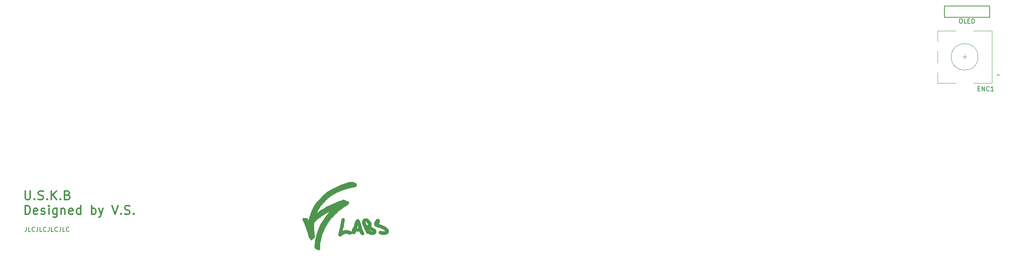
<source format=gbr>
%TF.GenerationSoftware,KiCad,Pcbnew,(5.1.9)-1*%
%TF.CreationDate,2021-07-17T21:13:41-07:00*%
%TF.ProjectId,unsplit-keyboard,756e7370-6c69-4742-9d6b-6579626f6172,rev?*%
%TF.SameCoordinates,Original*%
%TF.FileFunction,Legend,Top*%
%TF.FilePolarity,Positive*%
%FSLAX46Y46*%
G04 Gerber Fmt 4.6, Leading zero omitted, Abs format (unit mm)*
G04 Created by KiCad (PCBNEW (5.1.9)-1) date 2021-07-17 21:13:41*
%MOMM*%
%LPD*%
G01*
G04 APERTURE LIST*
%ADD10C,0.150000*%
%ADD11C,0.300000*%
%ADD12C,0.010000*%
%ADD13C,0.120000*%
G04 APERTURE END LIST*
D10*
X127587952Y-104227380D02*
X127587952Y-104941666D01*
X127540333Y-105084523D01*
X127445095Y-105179761D01*
X127302238Y-105227380D01*
X127207000Y-105227380D01*
X128540333Y-105227380D02*
X128064142Y-105227380D01*
X128064142Y-104227380D01*
X129445095Y-105132142D02*
X129397476Y-105179761D01*
X129254619Y-105227380D01*
X129159380Y-105227380D01*
X129016523Y-105179761D01*
X128921285Y-105084523D01*
X128873666Y-104989285D01*
X128826047Y-104798809D01*
X128826047Y-104655952D01*
X128873666Y-104465476D01*
X128921285Y-104370238D01*
X129016523Y-104275000D01*
X129159380Y-104227380D01*
X129254619Y-104227380D01*
X129397476Y-104275000D01*
X129445095Y-104322619D01*
X130159380Y-104227380D02*
X130159380Y-104941666D01*
X130111761Y-105084523D01*
X130016523Y-105179761D01*
X129873666Y-105227380D01*
X129778428Y-105227380D01*
X131111761Y-105227380D02*
X130635571Y-105227380D01*
X130635571Y-104227380D01*
X132016523Y-105132142D02*
X131968904Y-105179761D01*
X131826047Y-105227380D01*
X131730809Y-105227380D01*
X131587952Y-105179761D01*
X131492714Y-105084523D01*
X131445095Y-104989285D01*
X131397476Y-104798809D01*
X131397476Y-104655952D01*
X131445095Y-104465476D01*
X131492714Y-104370238D01*
X131587952Y-104275000D01*
X131730809Y-104227380D01*
X131826047Y-104227380D01*
X131968904Y-104275000D01*
X132016523Y-104322619D01*
X132730809Y-104227380D02*
X132730809Y-104941666D01*
X132683190Y-105084523D01*
X132587952Y-105179761D01*
X132445095Y-105227380D01*
X132349857Y-105227380D01*
X133683190Y-105227380D02*
X133207000Y-105227380D01*
X133207000Y-104227380D01*
X134587952Y-105132142D02*
X134540333Y-105179761D01*
X134397476Y-105227380D01*
X134302238Y-105227380D01*
X134159380Y-105179761D01*
X134064142Y-105084523D01*
X134016523Y-104989285D01*
X133968904Y-104798809D01*
X133968904Y-104655952D01*
X134016523Y-104465476D01*
X134064142Y-104370238D01*
X134159380Y-104275000D01*
X134302238Y-104227380D01*
X134397476Y-104227380D01*
X134540333Y-104275000D01*
X134587952Y-104322619D01*
X135302238Y-104227380D02*
X135302238Y-104941666D01*
X135254619Y-105084523D01*
X135159380Y-105179761D01*
X135016523Y-105227380D01*
X134921285Y-105227380D01*
X136254619Y-105227380D02*
X135778428Y-105227380D01*
X135778428Y-104227380D01*
X137159380Y-105132142D02*
X137111761Y-105179761D01*
X136968904Y-105227380D01*
X136873666Y-105227380D01*
X136730809Y-105179761D01*
X136635571Y-105084523D01*
X136587952Y-104989285D01*
X136540333Y-104798809D01*
X136540333Y-104655952D01*
X136587952Y-104465476D01*
X136635571Y-104370238D01*
X136730809Y-104275000D01*
X136873666Y-104227380D01*
X136968904Y-104227380D01*
X137111761Y-104275000D01*
X137159380Y-104322619D01*
D11*
X127290190Y-96060761D02*
X127290190Y-97679809D01*
X127385428Y-97870285D01*
X127480666Y-97965523D01*
X127671142Y-98060761D01*
X128052095Y-98060761D01*
X128242571Y-97965523D01*
X128337809Y-97870285D01*
X128433047Y-97679809D01*
X128433047Y-96060761D01*
X129385428Y-97870285D02*
X129480666Y-97965523D01*
X129385428Y-98060761D01*
X129290190Y-97965523D01*
X129385428Y-97870285D01*
X129385428Y-98060761D01*
X130242571Y-97965523D02*
X130528285Y-98060761D01*
X131004476Y-98060761D01*
X131194952Y-97965523D01*
X131290190Y-97870285D01*
X131385428Y-97679809D01*
X131385428Y-97489333D01*
X131290190Y-97298857D01*
X131194952Y-97203619D01*
X131004476Y-97108380D01*
X130623523Y-97013142D01*
X130433047Y-96917904D01*
X130337809Y-96822666D01*
X130242571Y-96632190D01*
X130242571Y-96441714D01*
X130337809Y-96251238D01*
X130433047Y-96156000D01*
X130623523Y-96060761D01*
X131099714Y-96060761D01*
X131385428Y-96156000D01*
X132242571Y-97870285D02*
X132337809Y-97965523D01*
X132242571Y-98060761D01*
X132147333Y-97965523D01*
X132242571Y-97870285D01*
X132242571Y-98060761D01*
X133194952Y-98060761D02*
X133194952Y-96060761D01*
X134337809Y-98060761D02*
X133480666Y-96917904D01*
X134337809Y-96060761D02*
X133194952Y-97203619D01*
X135194952Y-97870285D02*
X135290190Y-97965523D01*
X135194952Y-98060761D01*
X135099714Y-97965523D01*
X135194952Y-97870285D01*
X135194952Y-98060761D01*
X136814000Y-97013142D02*
X137099714Y-97108380D01*
X137194952Y-97203619D01*
X137290190Y-97394095D01*
X137290190Y-97679809D01*
X137194952Y-97870285D01*
X137099714Y-97965523D01*
X136909238Y-98060761D01*
X136147333Y-98060761D01*
X136147333Y-96060761D01*
X136814000Y-96060761D01*
X137004476Y-96156000D01*
X137099714Y-96251238D01*
X137194952Y-96441714D01*
X137194952Y-96632190D01*
X137099714Y-96822666D01*
X137004476Y-96917904D01*
X136814000Y-97013142D01*
X136147333Y-97013142D01*
X127290190Y-101360761D02*
X127290190Y-99360761D01*
X127766380Y-99360761D01*
X128052095Y-99456000D01*
X128242571Y-99646476D01*
X128337809Y-99836952D01*
X128433047Y-100217904D01*
X128433047Y-100503619D01*
X128337809Y-100884571D01*
X128242571Y-101075047D01*
X128052095Y-101265523D01*
X127766380Y-101360761D01*
X127290190Y-101360761D01*
X130052095Y-101265523D02*
X129861619Y-101360761D01*
X129480666Y-101360761D01*
X129290190Y-101265523D01*
X129194952Y-101075047D01*
X129194952Y-100313142D01*
X129290190Y-100122666D01*
X129480666Y-100027428D01*
X129861619Y-100027428D01*
X130052095Y-100122666D01*
X130147333Y-100313142D01*
X130147333Y-100503619D01*
X129194952Y-100694095D01*
X130909238Y-101265523D02*
X131099714Y-101360761D01*
X131480666Y-101360761D01*
X131671142Y-101265523D01*
X131766380Y-101075047D01*
X131766380Y-100979809D01*
X131671142Y-100789333D01*
X131480666Y-100694095D01*
X131194952Y-100694095D01*
X131004476Y-100598857D01*
X130909238Y-100408380D01*
X130909238Y-100313142D01*
X131004476Y-100122666D01*
X131194952Y-100027428D01*
X131480666Y-100027428D01*
X131671142Y-100122666D01*
X132623523Y-101360761D02*
X132623523Y-100027428D01*
X132623523Y-99360761D02*
X132528285Y-99456000D01*
X132623523Y-99551238D01*
X132718761Y-99456000D01*
X132623523Y-99360761D01*
X132623523Y-99551238D01*
X134433047Y-100027428D02*
X134433047Y-101646476D01*
X134337809Y-101836952D01*
X134242571Y-101932190D01*
X134052095Y-102027428D01*
X133766380Y-102027428D01*
X133575904Y-101932190D01*
X134433047Y-101265523D02*
X134242571Y-101360761D01*
X133861619Y-101360761D01*
X133671142Y-101265523D01*
X133575904Y-101170285D01*
X133480666Y-100979809D01*
X133480666Y-100408380D01*
X133575904Y-100217904D01*
X133671142Y-100122666D01*
X133861619Y-100027428D01*
X134242571Y-100027428D01*
X134433047Y-100122666D01*
X135385428Y-100027428D02*
X135385428Y-101360761D01*
X135385428Y-100217904D02*
X135480666Y-100122666D01*
X135671142Y-100027428D01*
X135956857Y-100027428D01*
X136147333Y-100122666D01*
X136242571Y-100313142D01*
X136242571Y-101360761D01*
X137956857Y-101265523D02*
X137766380Y-101360761D01*
X137385428Y-101360761D01*
X137194952Y-101265523D01*
X137099714Y-101075047D01*
X137099714Y-100313142D01*
X137194952Y-100122666D01*
X137385428Y-100027428D01*
X137766380Y-100027428D01*
X137956857Y-100122666D01*
X138052095Y-100313142D01*
X138052095Y-100503619D01*
X137099714Y-100694095D01*
X139766380Y-101360761D02*
X139766380Y-99360761D01*
X139766380Y-101265523D02*
X139575904Y-101360761D01*
X139194952Y-101360761D01*
X139004476Y-101265523D01*
X138909238Y-101170285D01*
X138814000Y-100979809D01*
X138814000Y-100408380D01*
X138909238Y-100217904D01*
X139004476Y-100122666D01*
X139194952Y-100027428D01*
X139575904Y-100027428D01*
X139766380Y-100122666D01*
X142242571Y-101360761D02*
X142242571Y-99360761D01*
X142242571Y-100122666D02*
X142433047Y-100027428D01*
X142814000Y-100027428D01*
X143004476Y-100122666D01*
X143099714Y-100217904D01*
X143194952Y-100408380D01*
X143194952Y-100979809D01*
X143099714Y-101170285D01*
X143004476Y-101265523D01*
X142814000Y-101360761D01*
X142433047Y-101360761D01*
X142242571Y-101265523D01*
X143861619Y-100027428D02*
X144337809Y-101360761D01*
X144814000Y-100027428D02*
X144337809Y-101360761D01*
X144147333Y-101836952D01*
X144052095Y-101932190D01*
X143861619Y-102027428D01*
X146814000Y-99360761D02*
X147480666Y-101360761D01*
X148147333Y-99360761D01*
X148814000Y-101170285D02*
X148909238Y-101265523D01*
X148814000Y-101360761D01*
X148718761Y-101265523D01*
X148814000Y-101170285D01*
X148814000Y-101360761D01*
X149671142Y-101265523D02*
X149956857Y-101360761D01*
X150433047Y-101360761D01*
X150623523Y-101265523D01*
X150718761Y-101170285D01*
X150814000Y-100979809D01*
X150814000Y-100789333D01*
X150718761Y-100598857D01*
X150623523Y-100503619D01*
X150433047Y-100408380D01*
X150052095Y-100313142D01*
X149861619Y-100217904D01*
X149766380Y-100122666D01*
X149671142Y-99932190D01*
X149671142Y-99741714D01*
X149766380Y-99551238D01*
X149861619Y-99456000D01*
X150052095Y-99360761D01*
X150528285Y-99360761D01*
X150814000Y-99456000D01*
X151671142Y-101170285D02*
X151766380Y-101265523D01*
X151671142Y-101360761D01*
X151575904Y-101265523D01*
X151671142Y-101170285D01*
X151671142Y-101360761D01*
D12*
%TO.C,LOGO2*%
G36*
X206501826Y-102406707D02*
G01*
X206638833Y-102465268D01*
X206742560Y-102552460D01*
X206794330Y-102623171D01*
X206822404Y-102675326D01*
X206839575Y-102730598D01*
X206848361Y-102803050D01*
X206851279Y-102906746D01*
X206851388Y-102941939D01*
X206851404Y-103168941D01*
X206761978Y-103258399D01*
X206700174Y-103312853D01*
X206639435Y-103343387D01*
X206557706Y-103359913D01*
X206528387Y-103363344D01*
X206433658Y-103379987D01*
X206387454Y-103402929D01*
X206389935Y-103430014D01*
X206441263Y-103459087D01*
X206519458Y-103482786D01*
X206702866Y-103533449D01*
X206910923Y-103600203D01*
X207132362Y-103678657D01*
X207355916Y-103764421D01*
X207570321Y-103853104D01*
X207764309Y-103940315D01*
X207926614Y-104021664D01*
X207982478Y-104052941D01*
X208236217Y-104217293D01*
X208449899Y-104389667D01*
X208622136Y-104567977D01*
X208751542Y-104750133D01*
X208836728Y-104934047D01*
X208876306Y-105117632D01*
X208868890Y-105298800D01*
X208854047Y-105364475D01*
X208813470Y-105448250D01*
X208740498Y-105543440D01*
X208646361Y-105638762D01*
X208542290Y-105722931D01*
X208439514Y-105784664D01*
X208432670Y-105787848D01*
X208331617Y-105823870D01*
X208197327Y-105857994D01*
X208045733Y-105887348D01*
X207892764Y-105909061D01*
X207754353Y-105920263D01*
X207693827Y-105920990D01*
X207596266Y-105914562D01*
X207481035Y-105900895D01*
X207404647Y-105888572D01*
X207209876Y-105846024D01*
X207038084Y-105795821D01*
X206897219Y-105740753D01*
X206795229Y-105683616D01*
X206773850Y-105666877D01*
X206719461Y-105613718D01*
X206690565Y-105561855D01*
X206677061Y-105489877D01*
X206674054Y-105455330D01*
X206674109Y-105349401D01*
X206695651Y-105266648D01*
X206710963Y-105235267D01*
X206784852Y-105147984D01*
X206888210Y-105089725D01*
X207008179Y-105064485D01*
X207131896Y-105076260D01*
X207176045Y-105090797D01*
X207244251Y-105118380D01*
X207293998Y-105138694D01*
X207382403Y-105165507D01*
X207493600Y-105185095D01*
X207618440Y-105197531D01*
X207747769Y-105202888D01*
X207872437Y-105201240D01*
X207983291Y-105192660D01*
X208071181Y-105177220D01*
X208126954Y-105154994D01*
X208142304Y-105131917D01*
X208125400Y-105100875D01*
X208080954Y-105046850D01*
X208018361Y-104979321D01*
X207947018Y-104907767D01*
X207876323Y-104841668D01*
X207815672Y-104790504D01*
X207779812Y-104766233D01*
X207728199Y-104737461D01*
X207699710Y-104717601D01*
X207670796Y-104699422D01*
X207606454Y-104665757D01*
X207516190Y-104621106D01*
X207409509Y-104569968D01*
X207295916Y-104516842D01*
X207184918Y-104466227D01*
X207086018Y-104422624D01*
X207008830Y-104390572D01*
X206932172Y-104362722D01*
X206819444Y-104324670D01*
X206681771Y-104280033D01*
X206530281Y-104232424D01*
X206395233Y-104191200D01*
X206210564Y-104134026D01*
X206066688Y-104084692D01*
X205956624Y-104039390D01*
X205873386Y-103994310D01*
X205809993Y-103945645D01*
X205759461Y-103889585D01*
X205714806Y-103822324D01*
X205712890Y-103819087D01*
X205686155Y-103768531D01*
X205670309Y-103719053D01*
X205663429Y-103656952D01*
X205663589Y-103568528D01*
X205666601Y-103489478D01*
X205677209Y-103346526D01*
X205697352Y-103230808D01*
X205731237Y-103120671D01*
X205745392Y-103083767D01*
X205839829Y-102882651D01*
X205950958Y-102707793D01*
X206073692Y-102565397D01*
X206202942Y-102461669D01*
X206292823Y-102416055D01*
X206370037Y-102391904D01*
X206433847Y-102390438D01*
X206501826Y-102406707D01*
G37*
X206501826Y-102406707D02*
X206638833Y-102465268D01*
X206742560Y-102552460D01*
X206794330Y-102623171D01*
X206822404Y-102675326D01*
X206839575Y-102730598D01*
X206848361Y-102803050D01*
X206851279Y-102906746D01*
X206851388Y-102941939D01*
X206851404Y-103168941D01*
X206761978Y-103258399D01*
X206700174Y-103312853D01*
X206639435Y-103343387D01*
X206557706Y-103359913D01*
X206528387Y-103363344D01*
X206433658Y-103379987D01*
X206387454Y-103402929D01*
X206389935Y-103430014D01*
X206441263Y-103459087D01*
X206519458Y-103482786D01*
X206702866Y-103533449D01*
X206910923Y-103600203D01*
X207132362Y-103678657D01*
X207355916Y-103764421D01*
X207570321Y-103853104D01*
X207764309Y-103940315D01*
X207926614Y-104021664D01*
X207982478Y-104052941D01*
X208236217Y-104217293D01*
X208449899Y-104389667D01*
X208622136Y-104567977D01*
X208751542Y-104750133D01*
X208836728Y-104934047D01*
X208876306Y-105117632D01*
X208868890Y-105298800D01*
X208854047Y-105364475D01*
X208813470Y-105448250D01*
X208740498Y-105543440D01*
X208646361Y-105638762D01*
X208542290Y-105722931D01*
X208439514Y-105784664D01*
X208432670Y-105787848D01*
X208331617Y-105823870D01*
X208197327Y-105857994D01*
X208045733Y-105887348D01*
X207892764Y-105909061D01*
X207754353Y-105920263D01*
X207693827Y-105920990D01*
X207596266Y-105914562D01*
X207481035Y-105900895D01*
X207404647Y-105888572D01*
X207209876Y-105846024D01*
X207038084Y-105795821D01*
X206897219Y-105740753D01*
X206795229Y-105683616D01*
X206773850Y-105666877D01*
X206719461Y-105613718D01*
X206690565Y-105561855D01*
X206677061Y-105489877D01*
X206674054Y-105455330D01*
X206674109Y-105349401D01*
X206695651Y-105266648D01*
X206710963Y-105235267D01*
X206784852Y-105147984D01*
X206888210Y-105089725D01*
X207008179Y-105064485D01*
X207131896Y-105076260D01*
X207176045Y-105090797D01*
X207244251Y-105118380D01*
X207293998Y-105138694D01*
X207382403Y-105165507D01*
X207493600Y-105185095D01*
X207618440Y-105197531D01*
X207747769Y-105202888D01*
X207872437Y-105201240D01*
X207983291Y-105192660D01*
X208071181Y-105177220D01*
X208126954Y-105154994D01*
X208142304Y-105131917D01*
X208125400Y-105100875D01*
X208080954Y-105046850D01*
X208018361Y-104979321D01*
X207947018Y-104907767D01*
X207876323Y-104841668D01*
X207815672Y-104790504D01*
X207779812Y-104766233D01*
X207728199Y-104737461D01*
X207699710Y-104717601D01*
X207670796Y-104699422D01*
X207606454Y-104665757D01*
X207516190Y-104621106D01*
X207409509Y-104569968D01*
X207295916Y-104516842D01*
X207184918Y-104466227D01*
X207086018Y-104422624D01*
X207008830Y-104390572D01*
X206932172Y-104362722D01*
X206819444Y-104324670D01*
X206681771Y-104280033D01*
X206530281Y-104232424D01*
X206395233Y-104191200D01*
X206210564Y-104134026D01*
X206066688Y-104084692D01*
X205956624Y-104039390D01*
X205873386Y-103994310D01*
X205809993Y-103945645D01*
X205759461Y-103889585D01*
X205714806Y-103822324D01*
X205712890Y-103819087D01*
X205686155Y-103768531D01*
X205670309Y-103719053D01*
X205663429Y-103656952D01*
X205663589Y-103568528D01*
X205666601Y-103489478D01*
X205677209Y-103346526D01*
X205697352Y-103230808D01*
X205731237Y-103120671D01*
X205745392Y-103083767D01*
X205839829Y-102882651D01*
X205950958Y-102707793D01*
X206073692Y-102565397D01*
X206202942Y-102461669D01*
X206292823Y-102416055D01*
X206370037Y-102391904D01*
X206433847Y-102390438D01*
X206501826Y-102406707D01*
G36*
X203941822Y-102282521D02*
G01*
X204132457Y-102357406D01*
X204319429Y-102470121D01*
X204497779Y-102617316D01*
X204662547Y-102795640D01*
X204808772Y-103001744D01*
X204894304Y-103154507D01*
X204933270Y-103234097D01*
X204958689Y-103297449D01*
X204973449Y-103359131D01*
X204980438Y-103433713D01*
X204982546Y-103535763D01*
X204982672Y-103600187D01*
X204981486Y-103724786D01*
X204976466Y-103813877D01*
X204965416Y-103881102D01*
X204946143Y-103940101D01*
X204918185Y-104001020D01*
X204853699Y-104131318D01*
X205028834Y-104219160D01*
X205136397Y-104274124D01*
X205248608Y-104333058D01*
X205339206Y-104382125D01*
X205421132Y-104427340D01*
X205493618Y-104466846D01*
X205531369Y-104487021D01*
X205651045Y-104563703D01*
X205773745Y-104665815D01*
X205883139Y-104778318D01*
X205960526Y-104882214D01*
X206039963Y-105052820D01*
X206073201Y-105219762D01*
X206063215Y-105378976D01*
X206012981Y-105526395D01*
X205925476Y-105657952D01*
X205803676Y-105769583D01*
X205650556Y-105857219D01*
X205469093Y-105916796D01*
X205262263Y-105944247D01*
X205182324Y-105945484D01*
X205081969Y-105942872D01*
X204996027Y-105938522D01*
X204940165Y-105933278D01*
X204933495Y-105932093D01*
X204816200Y-105896968D01*
X204679494Y-105840423D01*
X204543137Y-105770776D01*
X204523915Y-105759701D01*
X204440927Y-105714464D01*
X204379024Y-105692485D01*
X204319082Y-105688711D01*
X204273273Y-105693465D01*
X204194398Y-105698278D01*
X204128089Y-105683231D01*
X204050261Y-105643424D01*
X204018491Y-105623801D01*
X203990215Y-105602051D01*
X203962453Y-105573181D01*
X203932226Y-105532197D01*
X203896551Y-105474106D01*
X203852449Y-105393915D01*
X203796941Y-105286629D01*
X203727044Y-105147256D01*
X203639779Y-104970803D01*
X203597105Y-104884174D01*
X203508581Y-104703260D01*
X204333980Y-104703260D01*
X204357101Y-104768123D01*
X204385151Y-104828898D01*
X204423543Y-104897779D01*
X204459085Y-104931126D01*
X204504087Y-104940187D01*
X204506937Y-104940204D01*
X204599997Y-104955129D01*
X204700522Y-105002799D01*
X204817497Y-105087562D01*
X204826002Y-105094557D01*
X204929601Y-105169776D01*
X205027393Y-105212478D01*
X205141272Y-105230779D01*
X205199871Y-105233154D01*
X205275478Y-105230223D01*
X205307915Y-105217007D01*
X205309135Y-105204531D01*
X205285140Y-105184057D01*
X205224206Y-105145685D01*
X205133395Y-105093479D01*
X205019771Y-105031499D01*
X204892313Y-104964793D01*
X204760649Y-104896534D01*
X204642278Y-104833875D01*
X204544942Y-104781018D01*
X204476385Y-104742164D01*
X204444957Y-104722043D01*
X204413553Y-104702578D01*
X204404840Y-104706613D01*
X204389712Y-104708824D01*
X204367957Y-104694318D01*
X204337575Y-104678472D01*
X204333980Y-104703260D01*
X203508581Y-104703260D01*
X203457948Y-104599785D01*
X203340005Y-104354144D01*
X203241524Y-104142514D01*
X203160753Y-103960157D01*
X203095941Y-103802336D01*
X203045334Y-103664314D01*
X203007182Y-103541353D01*
X202979732Y-103428716D01*
X202961232Y-103321666D01*
X202949931Y-103215466D01*
X202944577Y-103119678D01*
X202947788Y-103050674D01*
X203646923Y-103050674D01*
X203648436Y-103143094D01*
X203676346Y-103267254D01*
X203730296Y-103420139D01*
X203795148Y-103567863D01*
X203919309Y-103830662D01*
X204045279Y-103817439D01*
X204143864Y-103797718D01*
X204210801Y-103759360D01*
X204226573Y-103743830D01*
X204265218Y-103689021D01*
X204281882Y-103640351D01*
X204281897Y-103639308D01*
X204266256Y-103551950D01*
X204223694Y-103444718D01*
X204160759Y-103333772D01*
X204154122Y-103323867D01*
X204096309Y-103252343D01*
X204019029Y-103174652D01*
X203932751Y-103099339D01*
X203847938Y-103034950D01*
X203775057Y-102990028D01*
X203724574Y-102973118D01*
X203724520Y-102973118D01*
X203672165Y-102993010D01*
X203646923Y-103050674D01*
X202947788Y-103050674D01*
X202954913Y-102897566D01*
X203003041Y-102705642D01*
X203088155Y-102545016D01*
X203209449Y-102416798D01*
X203366116Y-102322098D01*
X203557350Y-102262025D01*
X203569408Y-102259642D01*
X203752486Y-102248816D01*
X203941822Y-102282521D01*
G37*
X203941822Y-102282521D02*
X204132457Y-102357406D01*
X204319429Y-102470121D01*
X204497779Y-102617316D01*
X204662547Y-102795640D01*
X204808772Y-103001744D01*
X204894304Y-103154507D01*
X204933270Y-103234097D01*
X204958689Y-103297449D01*
X204973449Y-103359131D01*
X204980438Y-103433713D01*
X204982546Y-103535763D01*
X204982672Y-103600187D01*
X204981486Y-103724786D01*
X204976466Y-103813877D01*
X204965416Y-103881102D01*
X204946143Y-103940101D01*
X204918185Y-104001020D01*
X204853699Y-104131318D01*
X205028834Y-104219160D01*
X205136397Y-104274124D01*
X205248608Y-104333058D01*
X205339206Y-104382125D01*
X205421132Y-104427340D01*
X205493618Y-104466846D01*
X205531369Y-104487021D01*
X205651045Y-104563703D01*
X205773745Y-104665815D01*
X205883139Y-104778318D01*
X205960526Y-104882214D01*
X206039963Y-105052820D01*
X206073201Y-105219762D01*
X206063215Y-105378976D01*
X206012981Y-105526395D01*
X205925476Y-105657952D01*
X205803676Y-105769583D01*
X205650556Y-105857219D01*
X205469093Y-105916796D01*
X205262263Y-105944247D01*
X205182324Y-105945484D01*
X205081969Y-105942872D01*
X204996027Y-105938522D01*
X204940165Y-105933278D01*
X204933495Y-105932093D01*
X204816200Y-105896968D01*
X204679494Y-105840423D01*
X204543137Y-105770776D01*
X204523915Y-105759701D01*
X204440927Y-105714464D01*
X204379024Y-105692485D01*
X204319082Y-105688711D01*
X204273273Y-105693465D01*
X204194398Y-105698278D01*
X204128089Y-105683231D01*
X204050261Y-105643424D01*
X204018491Y-105623801D01*
X203990215Y-105602051D01*
X203962453Y-105573181D01*
X203932226Y-105532197D01*
X203896551Y-105474106D01*
X203852449Y-105393915D01*
X203796941Y-105286629D01*
X203727044Y-105147256D01*
X203639779Y-104970803D01*
X203597105Y-104884174D01*
X203508581Y-104703260D01*
X204333980Y-104703260D01*
X204357101Y-104768123D01*
X204385151Y-104828898D01*
X204423543Y-104897779D01*
X204459085Y-104931126D01*
X204504087Y-104940187D01*
X204506937Y-104940204D01*
X204599997Y-104955129D01*
X204700522Y-105002799D01*
X204817497Y-105087562D01*
X204826002Y-105094557D01*
X204929601Y-105169776D01*
X205027393Y-105212478D01*
X205141272Y-105230779D01*
X205199871Y-105233154D01*
X205275478Y-105230223D01*
X205307915Y-105217007D01*
X205309135Y-105204531D01*
X205285140Y-105184057D01*
X205224206Y-105145685D01*
X205133395Y-105093479D01*
X205019771Y-105031499D01*
X204892313Y-104964793D01*
X204760649Y-104896534D01*
X204642278Y-104833875D01*
X204544942Y-104781018D01*
X204476385Y-104742164D01*
X204444957Y-104722043D01*
X204413553Y-104702578D01*
X204404840Y-104706613D01*
X204389712Y-104708824D01*
X204367957Y-104694318D01*
X204337575Y-104678472D01*
X204333980Y-104703260D01*
X203508581Y-104703260D01*
X203457948Y-104599785D01*
X203340005Y-104354144D01*
X203241524Y-104142514D01*
X203160753Y-103960157D01*
X203095941Y-103802336D01*
X203045334Y-103664314D01*
X203007182Y-103541353D01*
X202979732Y-103428716D01*
X202961232Y-103321666D01*
X202949931Y-103215466D01*
X202944577Y-103119678D01*
X202947788Y-103050674D01*
X203646923Y-103050674D01*
X203648436Y-103143094D01*
X203676346Y-103267254D01*
X203730296Y-103420139D01*
X203795148Y-103567863D01*
X203919309Y-103830662D01*
X204045279Y-103817439D01*
X204143864Y-103797718D01*
X204210801Y-103759360D01*
X204226573Y-103743830D01*
X204265218Y-103689021D01*
X204281882Y-103640351D01*
X204281897Y-103639308D01*
X204266256Y-103551950D01*
X204223694Y-103444718D01*
X204160759Y-103333772D01*
X204154122Y-103323867D01*
X204096309Y-103252343D01*
X204019029Y-103174652D01*
X203932751Y-103099339D01*
X203847938Y-103034950D01*
X203775057Y-102990028D01*
X203724574Y-102973118D01*
X203724520Y-102973118D01*
X203672165Y-102993010D01*
X203646923Y-103050674D01*
X202947788Y-103050674D01*
X202954913Y-102897566D01*
X203003041Y-102705642D01*
X203088155Y-102545016D01*
X203209449Y-102416798D01*
X203366116Y-102322098D01*
X203557350Y-102262025D01*
X203569408Y-102259642D01*
X203752486Y-102248816D01*
X203941822Y-102282521D01*
G36*
X198737866Y-102220880D02*
G01*
X198845212Y-102274824D01*
X198923894Y-102363228D01*
X198970325Y-102481207D01*
X198980922Y-102623874D01*
X198971319Y-102704866D01*
X198954628Y-102799147D01*
X198939076Y-102888715D01*
X198933094Y-102923941D01*
X198877004Y-103247927D01*
X198814356Y-103590555D01*
X198747902Y-103937687D01*
X198680396Y-104275182D01*
X198614589Y-104588901D01*
X198567090Y-104804117D01*
X198543588Y-104912577D01*
X198526219Y-105002154D01*
X198516793Y-105062805D01*
X198516527Y-105084288D01*
X198543676Y-105082782D01*
X198600228Y-105066830D01*
X198632124Y-105055576D01*
X198902058Y-104978298D01*
X199191553Y-104937842D01*
X199487087Y-104934645D01*
X199775133Y-104969146D01*
X199954308Y-105012701D01*
X200031654Y-105038765D01*
X200121847Y-105073424D01*
X200212753Y-105111430D01*
X200292240Y-105147535D01*
X200348176Y-105176492D01*
X200368216Y-105191726D01*
X200396475Y-105210044D01*
X200403753Y-105210679D01*
X200438237Y-105226407D01*
X200487644Y-105265085D01*
X200496493Y-105273335D01*
X200561892Y-105335991D01*
X200576297Y-105218010D01*
X200610381Y-105047348D01*
X200670740Y-104854577D01*
X200751191Y-104654530D01*
X200819184Y-104515828D01*
X201749274Y-104515828D01*
X201762030Y-104536079D01*
X201792304Y-104526300D01*
X201844152Y-104507757D01*
X201917522Y-104490198D01*
X201933688Y-104487241D01*
X202024182Y-104471474D01*
X202076091Y-104454962D01*
X202096148Y-104426336D01*
X202091084Y-104374231D01*
X202067631Y-104287277D01*
X202062650Y-104269470D01*
X202007909Y-104074677D01*
X201964923Y-103926238D01*
X201933294Y-103822855D01*
X201912625Y-103763229D01*
X201902517Y-103746061D01*
X201902392Y-103746169D01*
X201894815Y-103772051D01*
X201880210Y-103836178D01*
X201860586Y-103928456D01*
X201837950Y-104038790D01*
X201814311Y-104157085D01*
X201791678Y-104273248D01*
X201772058Y-104377184D01*
X201757459Y-104458798D01*
X201749891Y-104507996D01*
X201749274Y-104515828D01*
X200819184Y-104515828D01*
X200845551Y-104462042D01*
X200947637Y-104291947D01*
X200983438Y-104241270D01*
X201026817Y-104180531D01*
X201059364Y-104126131D01*
X201084936Y-104067260D01*
X201107390Y-103993111D01*
X201130583Y-103892877D01*
X201158372Y-103755748D01*
X201160419Y-103745352D01*
X201230494Y-103431743D01*
X201308781Y-103160525D01*
X201394696Y-102933131D01*
X201487658Y-102750991D01*
X201587085Y-102615536D01*
X201641186Y-102563993D01*
X201710230Y-102511131D01*
X201766622Y-102482846D01*
X201832096Y-102471501D01*
X201910116Y-102469473D01*
X202001826Y-102472332D01*
X202064971Y-102485686D01*
X202119976Y-102515773D01*
X202158775Y-102545425D01*
X202231510Y-102612706D01*
X202290554Y-102690075D01*
X202343460Y-102789741D01*
X202397785Y-102923912D01*
X202404740Y-102942860D01*
X202438649Y-103039952D01*
X202479708Y-103163567D01*
X202524694Y-103303323D01*
X202570390Y-103448837D01*
X202613574Y-103589728D01*
X202651027Y-103715614D01*
X202679529Y-103816114D01*
X202695860Y-103880844D01*
X202696287Y-103882895D01*
X202713181Y-103947508D01*
X202731025Y-103990953D01*
X202732817Y-103993544D01*
X202750146Y-104032899D01*
X202767326Y-104096317D01*
X202768960Y-104104193D01*
X202783592Y-104164448D01*
X202808992Y-104256804D01*
X202841013Y-104366501D01*
X202862186Y-104436138D01*
X202894333Y-104541224D01*
X202920925Y-104630147D01*
X202938599Y-104691546D01*
X202943887Y-104712191D01*
X202959695Y-104760316D01*
X202993039Y-104841166D01*
X203038769Y-104943834D01*
X203091733Y-105057414D01*
X203146780Y-105170997D01*
X203198760Y-105273679D01*
X203242521Y-105354552D01*
X203264140Y-105390290D01*
X203311301Y-105472315D01*
X203346826Y-105552940D01*
X203358336Y-105592508D01*
X203356118Y-105702540D01*
X203313253Y-105804470D01*
X203238266Y-105891007D01*
X203139682Y-105954862D01*
X203026023Y-105988745D01*
X202905815Y-105985365D01*
X202900329Y-105984207D01*
X202817645Y-105947782D01*
X202726457Y-105878903D01*
X202636165Y-105788542D01*
X202556168Y-105687676D01*
X202495865Y-105587278D01*
X202464656Y-105498323D01*
X202462343Y-105472810D01*
X202453934Y-105430228D01*
X202432457Y-105363528D01*
X202403540Y-105286780D01*
X202372809Y-105214054D01*
X202345889Y-105159419D01*
X202328408Y-105136944D01*
X202328019Y-105136913D01*
X202301979Y-105141173D01*
X202239516Y-105152508D01*
X202152506Y-105168750D01*
X202121835Y-105174550D01*
X202019717Y-105192589D01*
X201950484Y-105199776D01*
X201899040Y-105196049D01*
X201850291Y-105181348D01*
X201830539Y-105173377D01*
X201755084Y-105134651D01*
X201690671Y-105090060D01*
X201683240Y-105083450D01*
X201628830Y-105032334D01*
X201611896Y-105103065D01*
X201594034Y-105162612D01*
X201577784Y-105198384D01*
X201560115Y-105233052D01*
X201531540Y-105298321D01*
X201503928Y-105365897D01*
X201437500Y-105492682D01*
X201348234Y-105606199D01*
X201246859Y-105695283D01*
X201144103Y-105748769D01*
X201132836Y-105752091D01*
X200996259Y-105766847D01*
X200862080Y-105742134D01*
X200743671Y-105682177D01*
X200663188Y-105603690D01*
X200613700Y-105546901D01*
X200581736Y-105532911D01*
X200569145Y-105562415D01*
X200569022Y-105568193D01*
X200551885Y-105637042D01*
X200508611Y-105717486D01*
X200451406Y-105790324D01*
X200401596Y-105831540D01*
X200293186Y-105869237D01*
X200169666Y-105863284D01*
X200027916Y-105813464D01*
X200008931Y-105804227D01*
X199820650Y-105721093D01*
X199646239Y-105669795D01*
X199467010Y-105645317D01*
X199406115Y-105642344D01*
X199220571Y-105647307D01*
X199047645Y-105676565D01*
X198878433Y-105733578D01*
X198704032Y-105821807D01*
X198515539Y-105944709D01*
X198392352Y-106036243D01*
X198259224Y-106136607D01*
X198154790Y-106208383D01*
X198070539Y-106255138D01*
X197997959Y-106280443D01*
X197928538Y-106287866D01*
X197853764Y-106280975D01*
X197822144Y-106275340D01*
X197747504Y-106240256D01*
X197674663Y-106172397D01*
X197617489Y-106086660D01*
X197596515Y-106032977D01*
X197587755Y-105991308D01*
X197585591Y-105944879D01*
X197591263Y-105885221D01*
X197606014Y-105803865D01*
X197631085Y-105692342D01*
X197667717Y-105542182D01*
X197669558Y-105534779D01*
X197703337Y-105398615D01*
X197733273Y-105277165D01*
X197757190Y-105179322D01*
X197772911Y-105113979D01*
X197777904Y-105092185D01*
X197786090Y-105054853D01*
X197803125Y-104978830D01*
X197826925Y-104873372D01*
X197855402Y-104747733D01*
X197873133Y-104669730D01*
X197909393Y-104506348D01*
X197949133Y-104320258D01*
X197991182Y-104117575D01*
X198034371Y-103904413D01*
X198077531Y-103686886D01*
X198119492Y-103471106D01*
X198159085Y-103263190D01*
X198195139Y-103069249D01*
X198226487Y-102895399D01*
X198251957Y-102747754D01*
X198270381Y-102632426D01*
X198280589Y-102555531D01*
X198282285Y-102530751D01*
X198305052Y-102425667D01*
X198366103Y-102330291D01*
X198454557Y-102255548D01*
X198559536Y-102212360D01*
X198605439Y-102206281D01*
X198737866Y-102220880D01*
G37*
X198737866Y-102220880D02*
X198845212Y-102274824D01*
X198923894Y-102363228D01*
X198970325Y-102481207D01*
X198980922Y-102623874D01*
X198971319Y-102704866D01*
X198954628Y-102799147D01*
X198939076Y-102888715D01*
X198933094Y-102923941D01*
X198877004Y-103247927D01*
X198814356Y-103590555D01*
X198747902Y-103937687D01*
X198680396Y-104275182D01*
X198614589Y-104588901D01*
X198567090Y-104804117D01*
X198543588Y-104912577D01*
X198526219Y-105002154D01*
X198516793Y-105062805D01*
X198516527Y-105084288D01*
X198543676Y-105082782D01*
X198600228Y-105066830D01*
X198632124Y-105055576D01*
X198902058Y-104978298D01*
X199191553Y-104937842D01*
X199487087Y-104934645D01*
X199775133Y-104969146D01*
X199954308Y-105012701D01*
X200031654Y-105038765D01*
X200121847Y-105073424D01*
X200212753Y-105111430D01*
X200292240Y-105147535D01*
X200348176Y-105176492D01*
X200368216Y-105191726D01*
X200396475Y-105210044D01*
X200403753Y-105210679D01*
X200438237Y-105226407D01*
X200487644Y-105265085D01*
X200496493Y-105273335D01*
X200561892Y-105335991D01*
X200576297Y-105218010D01*
X200610381Y-105047348D01*
X200670740Y-104854577D01*
X200751191Y-104654530D01*
X200819184Y-104515828D01*
X201749274Y-104515828D01*
X201762030Y-104536079D01*
X201792304Y-104526300D01*
X201844152Y-104507757D01*
X201917522Y-104490198D01*
X201933688Y-104487241D01*
X202024182Y-104471474D01*
X202076091Y-104454962D01*
X202096148Y-104426336D01*
X202091084Y-104374231D01*
X202067631Y-104287277D01*
X202062650Y-104269470D01*
X202007909Y-104074677D01*
X201964923Y-103926238D01*
X201933294Y-103822855D01*
X201912625Y-103763229D01*
X201902517Y-103746061D01*
X201902392Y-103746169D01*
X201894815Y-103772051D01*
X201880210Y-103836178D01*
X201860586Y-103928456D01*
X201837950Y-104038790D01*
X201814311Y-104157085D01*
X201791678Y-104273248D01*
X201772058Y-104377184D01*
X201757459Y-104458798D01*
X201749891Y-104507996D01*
X201749274Y-104515828D01*
X200819184Y-104515828D01*
X200845551Y-104462042D01*
X200947637Y-104291947D01*
X200983438Y-104241270D01*
X201026817Y-104180531D01*
X201059364Y-104126131D01*
X201084936Y-104067260D01*
X201107390Y-103993111D01*
X201130583Y-103892877D01*
X201158372Y-103755748D01*
X201160419Y-103745352D01*
X201230494Y-103431743D01*
X201308781Y-103160525D01*
X201394696Y-102933131D01*
X201487658Y-102750991D01*
X201587085Y-102615536D01*
X201641186Y-102563993D01*
X201710230Y-102511131D01*
X201766622Y-102482846D01*
X201832096Y-102471501D01*
X201910116Y-102469473D01*
X202001826Y-102472332D01*
X202064971Y-102485686D01*
X202119976Y-102515773D01*
X202158775Y-102545425D01*
X202231510Y-102612706D01*
X202290554Y-102690075D01*
X202343460Y-102789741D01*
X202397785Y-102923912D01*
X202404740Y-102942860D01*
X202438649Y-103039952D01*
X202479708Y-103163567D01*
X202524694Y-103303323D01*
X202570390Y-103448837D01*
X202613574Y-103589728D01*
X202651027Y-103715614D01*
X202679529Y-103816114D01*
X202695860Y-103880844D01*
X202696287Y-103882895D01*
X202713181Y-103947508D01*
X202731025Y-103990953D01*
X202732817Y-103993544D01*
X202750146Y-104032899D01*
X202767326Y-104096317D01*
X202768960Y-104104193D01*
X202783592Y-104164448D01*
X202808992Y-104256804D01*
X202841013Y-104366501D01*
X202862186Y-104436138D01*
X202894333Y-104541224D01*
X202920925Y-104630147D01*
X202938599Y-104691546D01*
X202943887Y-104712191D01*
X202959695Y-104760316D01*
X202993039Y-104841166D01*
X203038769Y-104943834D01*
X203091733Y-105057414D01*
X203146780Y-105170997D01*
X203198760Y-105273679D01*
X203242521Y-105354552D01*
X203264140Y-105390290D01*
X203311301Y-105472315D01*
X203346826Y-105552940D01*
X203358336Y-105592508D01*
X203356118Y-105702540D01*
X203313253Y-105804470D01*
X203238266Y-105891007D01*
X203139682Y-105954862D01*
X203026023Y-105988745D01*
X202905815Y-105985365D01*
X202900329Y-105984207D01*
X202817645Y-105947782D01*
X202726457Y-105878903D01*
X202636165Y-105788542D01*
X202556168Y-105687676D01*
X202495865Y-105587278D01*
X202464656Y-105498323D01*
X202462343Y-105472810D01*
X202453934Y-105430228D01*
X202432457Y-105363528D01*
X202403540Y-105286780D01*
X202372809Y-105214054D01*
X202345889Y-105159419D01*
X202328408Y-105136944D01*
X202328019Y-105136913D01*
X202301979Y-105141173D01*
X202239516Y-105152508D01*
X202152506Y-105168750D01*
X202121835Y-105174550D01*
X202019717Y-105192589D01*
X201950484Y-105199776D01*
X201899040Y-105196049D01*
X201850291Y-105181348D01*
X201830539Y-105173377D01*
X201755084Y-105134651D01*
X201690671Y-105090060D01*
X201683240Y-105083450D01*
X201628830Y-105032334D01*
X201611896Y-105103065D01*
X201594034Y-105162612D01*
X201577784Y-105198384D01*
X201560115Y-105233052D01*
X201531540Y-105298321D01*
X201503928Y-105365897D01*
X201437500Y-105492682D01*
X201348234Y-105606199D01*
X201246859Y-105695283D01*
X201144103Y-105748769D01*
X201132836Y-105752091D01*
X200996259Y-105766847D01*
X200862080Y-105742134D01*
X200743671Y-105682177D01*
X200663188Y-105603690D01*
X200613700Y-105546901D01*
X200581736Y-105532911D01*
X200569145Y-105562415D01*
X200569022Y-105568193D01*
X200551885Y-105637042D01*
X200508611Y-105717486D01*
X200451406Y-105790324D01*
X200401596Y-105831540D01*
X200293186Y-105869237D01*
X200169666Y-105863284D01*
X200027916Y-105813464D01*
X200008931Y-105804227D01*
X199820650Y-105721093D01*
X199646239Y-105669795D01*
X199467010Y-105645317D01*
X199406115Y-105642344D01*
X199220571Y-105647307D01*
X199047645Y-105676565D01*
X198878433Y-105733578D01*
X198704032Y-105821807D01*
X198515539Y-105944709D01*
X198392352Y-106036243D01*
X198259224Y-106136607D01*
X198154790Y-106208383D01*
X198070539Y-106255138D01*
X197997959Y-106280443D01*
X197928538Y-106287866D01*
X197853764Y-106280975D01*
X197822144Y-106275340D01*
X197747504Y-106240256D01*
X197674663Y-106172397D01*
X197617489Y-106086660D01*
X197596515Y-106032977D01*
X197587755Y-105991308D01*
X197585591Y-105944879D01*
X197591263Y-105885221D01*
X197606014Y-105803865D01*
X197631085Y-105692342D01*
X197667717Y-105542182D01*
X197669558Y-105534779D01*
X197703337Y-105398615D01*
X197733273Y-105277165D01*
X197757190Y-105179322D01*
X197772911Y-105113979D01*
X197777904Y-105092185D01*
X197786090Y-105054853D01*
X197803125Y-104978830D01*
X197826925Y-104873372D01*
X197855402Y-104747733D01*
X197873133Y-104669730D01*
X197909393Y-104506348D01*
X197949133Y-104320258D01*
X197991182Y-104117575D01*
X198034371Y-103904413D01*
X198077531Y-103686886D01*
X198119492Y-103471106D01*
X198159085Y-103263190D01*
X198195139Y-103069249D01*
X198226487Y-102895399D01*
X198251957Y-102747754D01*
X198270381Y-102632426D01*
X198280589Y-102555531D01*
X198282285Y-102530751D01*
X198305052Y-102425667D01*
X198366103Y-102330291D01*
X198454557Y-102255548D01*
X198559536Y-102212360D01*
X198605439Y-102206281D01*
X198737866Y-102220880D01*
%TO.C,LOGO1*%
G36*
X200965802Y-94098516D02*
G01*
X201184321Y-94199260D01*
X201185297Y-94199755D01*
X201482667Y-94354566D01*
X201650121Y-94467596D01*
X201708800Y-94573580D01*
X201679846Y-94707251D01*
X201597689Y-94877286D01*
X201470204Y-95089618D01*
X201338981Y-95185320D01*
X201144565Y-95207666D01*
X201143798Y-95207666D01*
X200811145Y-95241402D01*
X200358540Y-95335263D01*
X199819695Y-95478233D01*
X199228320Y-95659296D01*
X198618127Y-95867435D01*
X198022827Y-96091634D01*
X197476133Y-96320875D01*
X197011755Y-96544142D01*
X196945250Y-96579716D01*
X196448908Y-96859733D01*
X196037839Y-97119086D01*
X195664708Y-97393008D01*
X195282179Y-97716734D01*
X194842918Y-98125496D01*
X194755020Y-98210006D01*
X194108250Y-98878649D01*
X193587285Y-99521615D01*
X193161522Y-100178110D01*
X193025231Y-100426124D01*
X192869876Y-100743174D01*
X192810839Y-100925002D01*
X192849264Y-100976444D01*
X192986296Y-100902336D01*
X193114083Y-100801493D01*
X193371652Y-100587118D01*
X193538682Y-100454534D01*
X193654221Y-100376535D01*
X193757318Y-100325914D01*
X193847544Y-100290470D01*
X194023791Y-100207475D01*
X194287514Y-100065239D01*
X194582498Y-99894116D01*
X194590620Y-99889228D01*
X194928838Y-99698349D01*
X195344539Y-99482026D01*
X195759250Y-99280786D01*
X195844583Y-99241646D01*
X196241036Y-99061233D01*
X196651462Y-98872875D01*
X197001239Y-98710855D01*
X197072250Y-98677644D01*
X197409583Y-98532095D01*
X197752950Y-98403805D01*
X197961250Y-98339235D01*
X198208036Y-98265685D01*
X198387178Y-98196664D01*
X198426917Y-98174084D01*
X198692668Y-98068751D01*
X198999146Y-98098018D01*
X199241263Y-98220721D01*
X199481995Y-98366276D01*
X199717953Y-98462090D01*
X199740329Y-98467570D01*
X199890598Y-98512668D01*
X199935803Y-98593154D01*
X199898708Y-98765449D01*
X199882318Y-98819471D01*
X199842129Y-98943305D01*
X199793544Y-99044271D01*
X199713985Y-99141936D01*
X199580874Y-99255866D01*
X199371637Y-99405626D01*
X199063694Y-99610782D01*
X198680917Y-99860637D01*
X197665437Y-100594752D01*
X196758782Y-101409501D01*
X195935305Y-102331413D01*
X195169360Y-103387017D01*
X194965835Y-103703581D01*
X194607328Y-104340065D01*
X194277667Y-105048884D01*
X193988978Y-105793074D01*
X193753388Y-106535673D01*
X193583022Y-107239715D01*
X193490007Y-107868238D01*
X193477334Y-108240888D01*
X193487469Y-108635580D01*
X193486797Y-108898035D01*
X193471423Y-109065207D01*
X193437454Y-109174051D01*
X193380999Y-109261521D01*
X193368083Y-109277929D01*
X193213929Y-109368410D01*
X193045639Y-109348106D01*
X192755205Y-109239971D01*
X192504104Y-109104786D01*
X192354450Y-108976075D01*
X192353380Y-108974492D01*
X192311245Y-108816427D01*
X192292409Y-108532177D01*
X192295589Y-108163093D01*
X192319507Y-107750531D01*
X192362883Y-107335843D01*
X192414104Y-107012524D01*
X192698608Y-105882213D01*
X193116186Y-104725397D01*
X193645781Y-103585693D01*
X194266336Y-102506718D01*
X194956791Y-101532088D01*
X195206186Y-101229370D01*
X195412489Y-100981601D01*
X195531758Y-100815470D01*
X195556166Y-100733217D01*
X195477886Y-100737083D01*
X195289088Y-100829308D01*
X194981946Y-101012132D01*
X194548631Y-101287795D01*
X194193583Y-101519149D01*
X193775829Y-101801401D01*
X193347415Y-102105259D01*
X192961606Y-102392172D01*
X192696351Y-102602769D01*
X192416152Y-102845057D01*
X192241210Y-103025912D01*
X192141935Y-103186322D01*
X192088735Y-103367271D01*
X192071695Y-103467975D01*
X192059834Y-103683549D01*
X192063979Y-104025735D01*
X192081469Y-104452845D01*
X192109647Y-104923188D01*
X192145851Y-105395075D01*
X192187422Y-105826817D01*
X192231701Y-106176725D01*
X192252299Y-106299000D01*
X192267756Y-106453748D01*
X192226683Y-106578927D01*
X192102314Y-106714398D01*
X191867888Y-106900023D01*
X191829466Y-106928773D01*
X191497349Y-107176582D01*
X191215633Y-106850685D01*
X191053073Y-106642179D01*
X190951292Y-106472279D01*
X190933917Y-106413945D01*
X190906153Y-106253469D01*
X190829877Y-105965990D01*
X190715614Y-105583214D01*
X190573888Y-105136845D01*
X190415221Y-104658590D01*
X190250140Y-104180154D01*
X190089166Y-103733243D01*
X189942825Y-103349563D01*
X189821640Y-103060819D01*
X189819012Y-103055065D01*
X189677972Y-102731428D01*
X189576342Y-102467340D01*
X189527143Y-102298524D01*
X189528339Y-102257689D01*
X189635311Y-102222434D01*
X189854394Y-102187266D01*
X190027174Y-102169453D01*
X190392533Y-102181285D01*
X190621392Y-102290237D01*
X190717349Y-102498317D01*
X190720974Y-102556686D01*
X190773745Y-102689947D01*
X190814954Y-102717224D01*
X190880912Y-102656742D01*
X190972121Y-102464940D01*
X191073567Y-102174974D01*
X191099209Y-102089512D01*
X191292599Y-101484075D01*
X191523149Y-100856993D01*
X191770546Y-100258192D01*
X192014475Y-99737597D01*
X192179835Y-99433691D01*
X192439967Y-99047889D01*
X192796821Y-98589937D01*
X193217396Y-98096525D01*
X193668688Y-97604340D01*
X194117698Y-97150070D01*
X194531421Y-96770403D01*
X194701583Y-96630294D01*
X195166495Y-96302597D01*
X195782611Y-95929469D01*
X196539793Y-95516887D01*
X196928442Y-95317630D01*
X197644242Y-94966282D01*
X198252381Y-94691308D01*
X198788926Y-94479553D01*
X199289946Y-94317863D01*
X199791509Y-94193081D01*
X200253963Y-94104719D01*
X200567565Y-94058076D01*
X200782530Y-94053731D01*
X200965802Y-94098516D01*
G37*
X200965802Y-94098516D02*
X201184321Y-94199260D01*
X201185297Y-94199755D01*
X201482667Y-94354566D01*
X201650121Y-94467596D01*
X201708800Y-94573580D01*
X201679846Y-94707251D01*
X201597689Y-94877286D01*
X201470204Y-95089618D01*
X201338981Y-95185320D01*
X201144565Y-95207666D01*
X201143798Y-95207666D01*
X200811145Y-95241402D01*
X200358540Y-95335263D01*
X199819695Y-95478233D01*
X199228320Y-95659296D01*
X198618127Y-95867435D01*
X198022827Y-96091634D01*
X197476133Y-96320875D01*
X197011755Y-96544142D01*
X196945250Y-96579716D01*
X196448908Y-96859733D01*
X196037839Y-97119086D01*
X195664708Y-97393008D01*
X195282179Y-97716734D01*
X194842918Y-98125496D01*
X194755020Y-98210006D01*
X194108250Y-98878649D01*
X193587285Y-99521615D01*
X193161522Y-100178110D01*
X193025231Y-100426124D01*
X192869876Y-100743174D01*
X192810839Y-100925002D01*
X192849264Y-100976444D01*
X192986296Y-100902336D01*
X193114083Y-100801493D01*
X193371652Y-100587118D01*
X193538682Y-100454534D01*
X193654221Y-100376535D01*
X193757318Y-100325914D01*
X193847544Y-100290470D01*
X194023791Y-100207475D01*
X194287514Y-100065239D01*
X194582498Y-99894116D01*
X194590620Y-99889228D01*
X194928838Y-99698349D01*
X195344539Y-99482026D01*
X195759250Y-99280786D01*
X195844583Y-99241646D01*
X196241036Y-99061233D01*
X196651462Y-98872875D01*
X197001239Y-98710855D01*
X197072250Y-98677644D01*
X197409583Y-98532095D01*
X197752950Y-98403805D01*
X197961250Y-98339235D01*
X198208036Y-98265685D01*
X198387178Y-98196664D01*
X198426917Y-98174084D01*
X198692668Y-98068751D01*
X198999146Y-98098018D01*
X199241263Y-98220721D01*
X199481995Y-98366276D01*
X199717953Y-98462090D01*
X199740329Y-98467570D01*
X199890598Y-98512668D01*
X199935803Y-98593154D01*
X199898708Y-98765449D01*
X199882318Y-98819471D01*
X199842129Y-98943305D01*
X199793544Y-99044271D01*
X199713985Y-99141936D01*
X199580874Y-99255866D01*
X199371637Y-99405626D01*
X199063694Y-99610782D01*
X198680917Y-99860637D01*
X197665437Y-100594752D01*
X196758782Y-101409501D01*
X195935305Y-102331413D01*
X195169360Y-103387017D01*
X194965835Y-103703581D01*
X194607328Y-104340065D01*
X194277667Y-105048884D01*
X193988978Y-105793074D01*
X193753388Y-106535673D01*
X193583022Y-107239715D01*
X193490007Y-107868238D01*
X193477334Y-108240888D01*
X193487469Y-108635580D01*
X193486797Y-108898035D01*
X193471423Y-109065207D01*
X193437454Y-109174051D01*
X193380999Y-109261521D01*
X193368083Y-109277929D01*
X193213929Y-109368410D01*
X193045639Y-109348106D01*
X192755205Y-109239971D01*
X192504104Y-109104786D01*
X192354450Y-108976075D01*
X192353380Y-108974492D01*
X192311245Y-108816427D01*
X192292409Y-108532177D01*
X192295589Y-108163093D01*
X192319507Y-107750531D01*
X192362883Y-107335843D01*
X192414104Y-107012524D01*
X192698608Y-105882213D01*
X193116186Y-104725397D01*
X193645781Y-103585693D01*
X194266336Y-102506718D01*
X194956791Y-101532088D01*
X195206186Y-101229370D01*
X195412489Y-100981601D01*
X195531758Y-100815470D01*
X195556166Y-100733217D01*
X195477886Y-100737083D01*
X195289088Y-100829308D01*
X194981946Y-101012132D01*
X194548631Y-101287795D01*
X194193583Y-101519149D01*
X193775829Y-101801401D01*
X193347415Y-102105259D01*
X192961606Y-102392172D01*
X192696351Y-102602769D01*
X192416152Y-102845057D01*
X192241210Y-103025912D01*
X192141935Y-103186322D01*
X192088735Y-103367271D01*
X192071695Y-103467975D01*
X192059834Y-103683549D01*
X192063979Y-104025735D01*
X192081469Y-104452845D01*
X192109647Y-104923188D01*
X192145851Y-105395075D01*
X192187422Y-105826817D01*
X192231701Y-106176725D01*
X192252299Y-106299000D01*
X192267756Y-106453748D01*
X192226683Y-106578927D01*
X192102314Y-106714398D01*
X191867888Y-106900023D01*
X191829466Y-106928773D01*
X191497349Y-107176582D01*
X191215633Y-106850685D01*
X191053073Y-106642179D01*
X190951292Y-106472279D01*
X190933917Y-106413945D01*
X190906153Y-106253469D01*
X190829877Y-105965990D01*
X190715614Y-105583214D01*
X190573888Y-105136845D01*
X190415221Y-104658590D01*
X190250140Y-104180154D01*
X190089166Y-103733243D01*
X189942825Y-103349563D01*
X189821640Y-103060819D01*
X189819012Y-103055065D01*
X189677972Y-102731428D01*
X189576342Y-102467340D01*
X189527143Y-102298524D01*
X189528339Y-102257689D01*
X189635311Y-102222434D01*
X189854394Y-102187266D01*
X190027174Y-102169453D01*
X190392533Y-102181285D01*
X190621392Y-102290237D01*
X190717349Y-102498317D01*
X190720974Y-102556686D01*
X190773745Y-102689947D01*
X190814954Y-102717224D01*
X190880912Y-102656742D01*
X190972121Y-102464940D01*
X191073567Y-102174974D01*
X191099209Y-102089512D01*
X191292599Y-101484075D01*
X191523149Y-100856993D01*
X191770546Y-100258192D01*
X192014475Y-99737597D01*
X192179835Y-99433691D01*
X192439967Y-99047889D01*
X192796821Y-98589937D01*
X193217396Y-98096525D01*
X193668688Y-97604340D01*
X194117698Y-97150070D01*
X194531421Y-96770403D01*
X194701583Y-96630294D01*
X195166495Y-96302597D01*
X195782611Y-95929469D01*
X196539793Y-95516887D01*
X196928442Y-95317630D01*
X197644242Y-94966282D01*
X198252381Y-94691308D01*
X198788926Y-94479553D01*
X199289946Y-94317863D01*
X199791509Y-94193081D01*
X200253963Y-94104719D01*
X200567565Y-94058076D01*
X200782530Y-94053731D01*
X200965802Y-94098516D01*
D13*
%TO.C,ENC1*%
X341200350Y-65908550D02*
G75*
G03*
X341200350Y-65908550I-3000000J0D01*
G01*
X336200350Y-71808550D02*
X332100350Y-71808550D01*
X332100350Y-60008550D02*
X336200350Y-60008550D01*
X340200350Y-60008550D02*
X344300350Y-60008550D01*
X340200350Y-71808550D02*
X344300350Y-71808550D01*
X344300350Y-71808550D02*
X344300350Y-60008550D01*
X345700350Y-69708550D02*
X346000350Y-70008550D01*
X346000350Y-70008550D02*
X345400350Y-70008550D01*
X345400350Y-70008550D02*
X345700350Y-69708550D01*
X332100350Y-71808550D02*
X332100350Y-69408550D01*
X332100350Y-67208550D02*
X332100350Y-64608550D01*
X332100350Y-62408550D02*
X332100350Y-60008550D01*
X338200350Y-66408550D02*
X338200350Y-65408550D01*
X338700350Y-65908550D02*
X337700350Y-65908550D01*
D10*
%TO.C,OL1*%
X343789000Y-54483000D02*
X333629000Y-54483000D01*
X343789000Y-57023000D02*
X333629000Y-57023000D01*
X333629000Y-57023000D02*
X333629000Y-54483000D01*
X343789000Y-54483000D02*
X343789000Y-57023000D01*
%TO.C,ENC1*%
X341186064Y-73037121D02*
X341519397Y-73037121D01*
X341662254Y-73560930D02*
X341186064Y-73560930D01*
X341186064Y-72560930D01*
X341662254Y-72560930D01*
X342090826Y-73560930D02*
X342090826Y-72560930D01*
X342662254Y-73560930D01*
X342662254Y-72560930D01*
X343709873Y-73465692D02*
X343662254Y-73513311D01*
X343519397Y-73560930D01*
X343424159Y-73560930D01*
X343281302Y-73513311D01*
X343186064Y-73418073D01*
X343138445Y-73322835D01*
X343090826Y-73132359D01*
X343090826Y-72989502D01*
X343138445Y-72799026D01*
X343186064Y-72703788D01*
X343281302Y-72608550D01*
X343424159Y-72560930D01*
X343519397Y-72560930D01*
X343662254Y-72608550D01*
X343709873Y-72656169D01*
X344662254Y-73560930D02*
X344090826Y-73560930D01*
X344376540Y-73560930D02*
X344376540Y-72560930D01*
X344281302Y-72703788D01*
X344186064Y-72799026D01*
X344090826Y-72846645D01*
%TO.C,OL1*%
X337266619Y-57305380D02*
X337457095Y-57305380D01*
X337552333Y-57353000D01*
X337647571Y-57448238D01*
X337695190Y-57638714D01*
X337695190Y-57972047D01*
X337647571Y-58162523D01*
X337552333Y-58257761D01*
X337457095Y-58305380D01*
X337266619Y-58305380D01*
X337171380Y-58257761D01*
X337076142Y-58162523D01*
X337028523Y-57972047D01*
X337028523Y-57638714D01*
X337076142Y-57448238D01*
X337171380Y-57353000D01*
X337266619Y-57305380D01*
X338599952Y-58305380D02*
X338123761Y-58305380D01*
X338123761Y-57305380D01*
X338933285Y-57781571D02*
X339266619Y-57781571D01*
X339409476Y-58305380D02*
X338933285Y-58305380D01*
X338933285Y-57305380D01*
X339409476Y-57305380D01*
X339838047Y-58305380D02*
X339838047Y-57305380D01*
X340076142Y-57305380D01*
X340219000Y-57353000D01*
X340314238Y-57448238D01*
X340361857Y-57543476D01*
X340409476Y-57733952D01*
X340409476Y-57876809D01*
X340361857Y-58067285D01*
X340314238Y-58162523D01*
X340219000Y-58257761D01*
X340076142Y-58305380D01*
X339838047Y-58305380D01*
%TD*%
M02*

</source>
